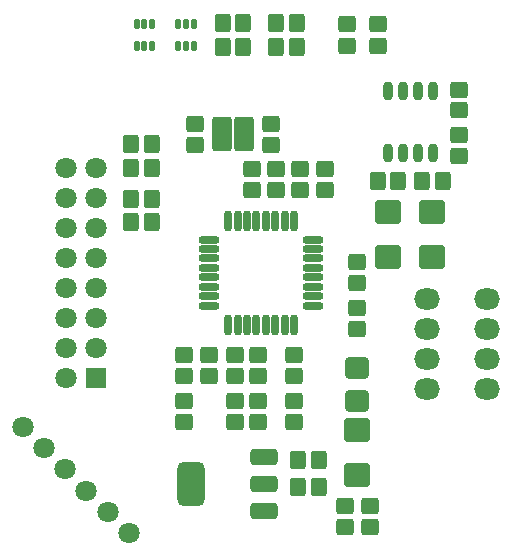
<source format=gts>
G04 Layer_Color=8388736*
%FSLAX42Y42*%
%MOMM*%
G71*
G01*
G75*
G04:AMPARAMS|DCode=37|XSize=2.9mm|YSize=1.7mm|CornerRadius=0.25mm|HoleSize=0mm|Usage=FLASHONLY|Rotation=90.000|XOffset=0mm|YOffset=0mm|HoleType=Round|Shape=RoundedRectangle|*
%AMROUNDEDRECTD37*
21,1,2.90,1.20,0,0,90.0*
21,1,2.40,1.70,0,0,90.0*
1,1,0.50,0.60,1.20*
1,1,0.50,0.60,-1.20*
1,1,0.50,-0.60,-1.20*
1,1,0.50,-0.60,1.20*
%
%ADD37ROUNDEDRECTD37*%
G04:AMPARAMS|DCode=38|XSize=1.5mm|YSize=0.8mm|CornerRadius=0.25mm|HoleSize=0mm|Usage=FLASHONLY|Rotation=270.000|XOffset=0mm|YOffset=0mm|HoleType=Round|Shape=RoundedRectangle|*
%AMROUNDEDRECTD38*
21,1,1.50,0.30,0,0,270.0*
21,1,1.00,0.80,0,0,270.0*
1,1,0.50,-0.15,-0.50*
1,1,0.50,-0.15,0.50*
1,1,0.50,0.15,0.50*
1,1,0.50,0.15,-0.50*
%
%ADD38ROUNDEDRECTD38*%
G04:AMPARAMS|DCode=39|XSize=1.35mm|YSize=1.5mm|CornerRadius=0.21mm|HoleSize=0mm|Usage=FLASHONLY|Rotation=270.000|XOffset=0mm|YOffset=0mm|HoleType=Round|Shape=RoundedRectangle|*
%AMROUNDEDRECTD39*
21,1,1.35,1.07,0,0,270.0*
21,1,0.92,1.50,0,0,270.0*
1,1,0.43,-0.54,-0.46*
1,1,0.43,-0.54,0.46*
1,1,0.43,0.54,0.46*
1,1,0.43,0.54,-0.46*
%
%ADD39ROUNDEDRECTD39*%
G04:AMPARAMS|DCode=40|XSize=2mm|YSize=2.2mm|CornerRadius=0.28mm|HoleSize=0mm|Usage=FLASHONLY|Rotation=90.000|XOffset=0mm|YOffset=0mm|HoleType=Round|Shape=RoundedRectangle|*
%AMROUNDEDRECTD40*
21,1,2.00,1.64,0,0,90.0*
21,1,1.44,2.20,0,0,90.0*
1,1,0.56,0.82,0.72*
1,1,0.56,0.82,-0.72*
1,1,0.56,-0.82,-0.72*
1,1,0.56,-0.82,0.72*
%
%ADD40ROUNDEDRECTD40*%
G04:AMPARAMS|DCode=41|XSize=0.65mm|YSize=1.7mm|CornerRadius=0.21mm|HoleSize=0mm|Usage=FLASHONLY|Rotation=180.000|XOffset=0mm|YOffset=0mm|HoleType=Round|Shape=RoundedRectangle|*
%AMROUNDEDRECTD41*
21,1,0.65,1.27,0,0,180.0*
21,1,0.23,1.70,0,0,180.0*
1,1,0.42,-0.11,0.64*
1,1,0.42,0.11,0.64*
1,1,0.42,0.11,-0.64*
1,1,0.42,-0.11,-0.64*
%
%ADD41ROUNDEDRECTD41*%
G04:AMPARAMS|DCode=42|XSize=0.65mm|YSize=1.7mm|CornerRadius=0.21mm|HoleSize=0mm|Usage=FLASHONLY|Rotation=270.000|XOffset=0mm|YOffset=0mm|HoleType=Round|Shape=RoundedRectangle|*
%AMROUNDEDRECTD42*
21,1,0.65,1.27,0,0,270.0*
21,1,0.23,1.70,0,0,270.0*
1,1,0.42,-0.64,-0.11*
1,1,0.42,-0.64,0.11*
1,1,0.42,0.64,0.11*
1,1,0.42,0.64,-0.11*
%
%ADD42ROUNDEDRECTD42*%
G04:AMPARAMS|DCode=43|XSize=1.35mm|YSize=1.5mm|CornerRadius=0.21mm|HoleSize=0mm|Usage=FLASHONLY|Rotation=180.000|XOffset=0mm|YOffset=0mm|HoleType=Round|Shape=RoundedRectangle|*
%AMROUNDEDRECTD43*
21,1,1.35,1.07,0,0,180.0*
21,1,0.92,1.50,0,0,180.0*
1,1,0.43,-0.46,0.54*
1,1,0.43,0.46,0.54*
1,1,0.43,0.46,-0.54*
1,1,0.43,-0.46,-0.54*
%
%ADD43ROUNDEDRECTD43*%
G04:AMPARAMS|DCode=44|XSize=3.8mm|YSize=2.4mm|CornerRadius=0.65mm|HoleSize=0mm|Usage=FLASHONLY|Rotation=90.000|XOffset=0mm|YOffset=0mm|HoleType=Round|Shape=RoundedRectangle|*
%AMROUNDEDRECTD44*
21,1,3.80,1.10,0,0,90.0*
21,1,2.50,2.40,0,0,90.0*
1,1,1.30,0.55,1.25*
1,1,1.30,0.55,-1.25*
1,1,1.30,-0.55,-1.25*
1,1,1.30,-0.55,1.25*
%
%ADD44ROUNDEDRECTD44*%
G04:AMPARAMS|DCode=45|XSize=1.4mm|YSize=2.4mm|CornerRadius=0.4mm|HoleSize=0mm|Usage=FLASHONLY|Rotation=90.000|XOffset=0mm|YOffset=0mm|HoleType=Round|Shape=RoundedRectangle|*
%AMROUNDEDRECTD45*
21,1,1.40,1.60,0,0,90.0*
21,1,0.60,2.40,0,0,90.0*
1,1,0.80,0.80,0.30*
1,1,0.80,0.80,-0.30*
1,1,0.80,-0.80,-0.30*
1,1,0.80,-0.80,0.30*
%
%ADD45ROUNDEDRECTD45*%
G04:AMPARAMS|DCode=46|XSize=0.9mm|YSize=0.5mm|CornerRadius=0.17mm|HoleSize=0mm|Usage=FLASHONLY|Rotation=90.000|XOffset=0mm|YOffset=0mm|HoleType=Round|Shape=RoundedRectangle|*
%AMROUNDEDRECTD46*
21,1,0.90,0.15,0,0,90.0*
21,1,0.55,0.50,0,0,90.0*
1,1,0.35,0.07,0.28*
1,1,0.35,0.07,-0.28*
1,1,0.35,-0.07,-0.28*
1,1,0.35,-0.07,0.28*
%
%ADD46ROUNDEDRECTD46*%
G04:AMPARAMS|DCode=47|XSize=1.8mm|YSize=2mm|CornerRadius=0.26mm|HoleSize=0mm|Usage=FLASHONLY|Rotation=90.000|XOffset=0mm|YOffset=0mm|HoleType=Round|Shape=RoundedRectangle|*
%AMROUNDEDRECTD47*
21,1,1.80,1.48,0,0,90.0*
21,1,1.28,2.00,0,0,90.0*
1,1,0.52,0.74,0.64*
1,1,0.52,0.74,-0.64*
1,1,0.52,-0.74,-0.64*
1,1,0.52,-0.74,0.64*
%
%ADD47ROUNDEDRECTD47*%
%ADD48O,2.20X1.80*%
%ADD49C,1.80*%
%ADD50R,1.80X1.80*%
D37*
X24457Y21960D02*
D03*
X24647D02*
D03*
D38*
X25862Y22325D02*
D03*
X25989D02*
D03*
X26116D02*
D03*
X25862Y21795D02*
D03*
X25989D02*
D03*
X26116D02*
D03*
X26243Y22325D02*
D03*
Y21795D02*
D03*
D39*
X24227Y22047D02*
D03*
Y21870D02*
D03*
X24877Y22047D02*
D03*
Y21870D02*
D03*
X25327Y21662D02*
D03*
Y21482D02*
D03*
X25115Y21660D02*
D03*
Y21482D02*
D03*
X24915Y21660D02*
D03*
Y21482D02*
D03*
X24715Y21660D02*
D03*
Y21482D02*
D03*
X24140Y19697D02*
D03*
Y19522D02*
D03*
X24565D02*
D03*
Y19697D02*
D03*
X24765D02*
D03*
Y19520D02*
D03*
X24765Y19910D02*
D03*
Y20087D02*
D03*
X24565Y19910D02*
D03*
Y20087D02*
D03*
X24352Y19907D02*
D03*
Y20087D02*
D03*
X24140Y20085D02*
D03*
Y19907D02*
D03*
X25602Y20485D02*
D03*
Y20310D02*
D03*
Y20872D02*
D03*
Y20695D02*
D03*
X26465Y21947D02*
D03*
Y21770D02*
D03*
Y22335D02*
D03*
Y22160D02*
D03*
X25515Y22887D02*
D03*
Y22707D02*
D03*
X25777Y22887D02*
D03*
Y22707D02*
D03*
X25065Y19522D02*
D03*
Y19700D02*
D03*
Y20085D02*
D03*
Y19910D02*
D03*
X25502Y18632D02*
D03*
Y18812D02*
D03*
X25715Y18810D02*
D03*
Y18635D02*
D03*
D40*
X25865Y20919D02*
D03*
Y21299D02*
D03*
X26240Y20919D02*
D03*
Y21299D02*
D03*
X25602Y19069D02*
D03*
Y19449D02*
D03*
D41*
X24670Y20345D02*
D03*
X24670Y21225D02*
D03*
X24510Y20345D02*
D03*
X24590D02*
D03*
X24510Y21225D02*
D03*
X24590D02*
D03*
X24750Y20345D02*
D03*
X24830D02*
D03*
X24910D02*
D03*
X24990D02*
D03*
X25070D02*
D03*
X24750Y21225D02*
D03*
X24830D02*
D03*
X24910D02*
D03*
X24990D02*
D03*
X25070D02*
D03*
D42*
X24350Y20905D02*
D03*
X25230D02*
D03*
X24350Y20665D02*
D03*
Y20505D02*
D03*
Y20585D02*
D03*
Y20745D02*
D03*
Y20825D02*
D03*
Y20985D02*
D03*
Y21065D02*
D03*
X25230Y20665D02*
D03*
Y20505D02*
D03*
Y20585D02*
D03*
Y20745D02*
D03*
Y20825D02*
D03*
Y20985D02*
D03*
Y21065D02*
D03*
D43*
X23865Y21210D02*
D03*
X23690D02*
D03*
X23865Y21410D02*
D03*
X23687D02*
D03*
X23865Y21672D02*
D03*
X23687D02*
D03*
X23865Y21872D02*
D03*
X23690D02*
D03*
X25277Y19197D02*
D03*
X25100D02*
D03*
X25277Y18972D02*
D03*
X25100D02*
D03*
X25952Y21560D02*
D03*
X25777D02*
D03*
X26327D02*
D03*
X26152D02*
D03*
X24465Y22897D02*
D03*
X24640D02*
D03*
X24465Y22697D02*
D03*
X24640D02*
D03*
X24915Y22897D02*
D03*
X25090D02*
D03*
X24915Y22697D02*
D03*
X25090D02*
D03*
D44*
X24195Y18997D02*
D03*
D45*
X24815D02*
D03*
Y19227D02*
D03*
Y18767D02*
D03*
D46*
X24087Y22892D02*
D03*
X24152D02*
D03*
X24217D02*
D03*
X24087Y22702D02*
D03*
X24152D02*
D03*
X24217D02*
D03*
X23737Y22892D02*
D03*
X23802D02*
D03*
X23867D02*
D03*
X23737Y22702D02*
D03*
X23802D02*
D03*
X23867D02*
D03*
D47*
X25602Y19975D02*
D03*
Y19695D02*
D03*
D48*
X26702Y20056D02*
D03*
Y20564D02*
D03*
Y20310D02*
D03*
Y19802D02*
D03*
X26194D02*
D03*
Y20310D02*
D03*
Y20564D02*
D03*
Y20056D02*
D03*
D49*
X22951Y19299D02*
D03*
X23490Y18760D02*
D03*
X22772Y19478D02*
D03*
X23131Y19119D02*
D03*
X23310Y18940D02*
D03*
X23670Y18580D02*
D03*
X23390Y20401D02*
D03*
Y21163D02*
D03*
X23136Y20401D02*
D03*
Y21163D02*
D03*
X23390Y20147D02*
D03*
Y20909D02*
D03*
Y20655D02*
D03*
Y21671D02*
D03*
Y21417D02*
D03*
X23136Y19893D02*
D03*
Y20147D02*
D03*
Y20909D02*
D03*
Y20655D02*
D03*
Y21671D02*
D03*
Y21417D02*
D03*
D50*
X23390Y19893D02*
D03*
M02*

</source>
